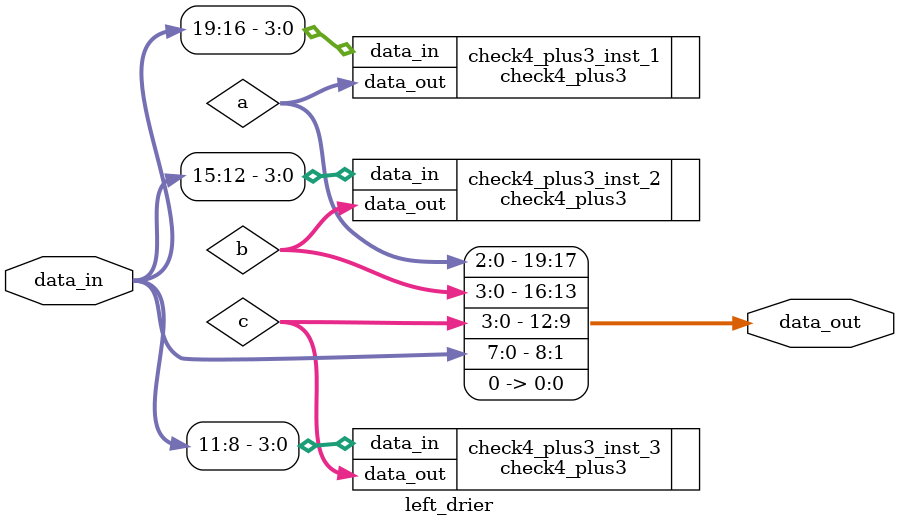
<source format=v>
module   left_drier(
	input   wire	[19:0]     data_in,
	output  wire	[19:0]     data_out

);


	wire   [3:0]   a;
	wire   [3:0]   b;
	wire   [3:0]   c;
	

	check4_plus3   check4_plus3_inst_1(
	.data_in		(data_in[19:16]),
	.data_out             (a)
	

);
	
	check4_plus3   check4_plus3_inst_2(
	.data_in		(data_in[15:12]),
	.data_out             (b)
	

);

	check4_plus3   check4_plus3_inst_3(
	.data_in	    (data_in[11:8]),
	.data_out             (c)
	

);


   assign      data_out = {a[2:0],b,c,data_in[7:0],1'd0};




endmodule

</source>
